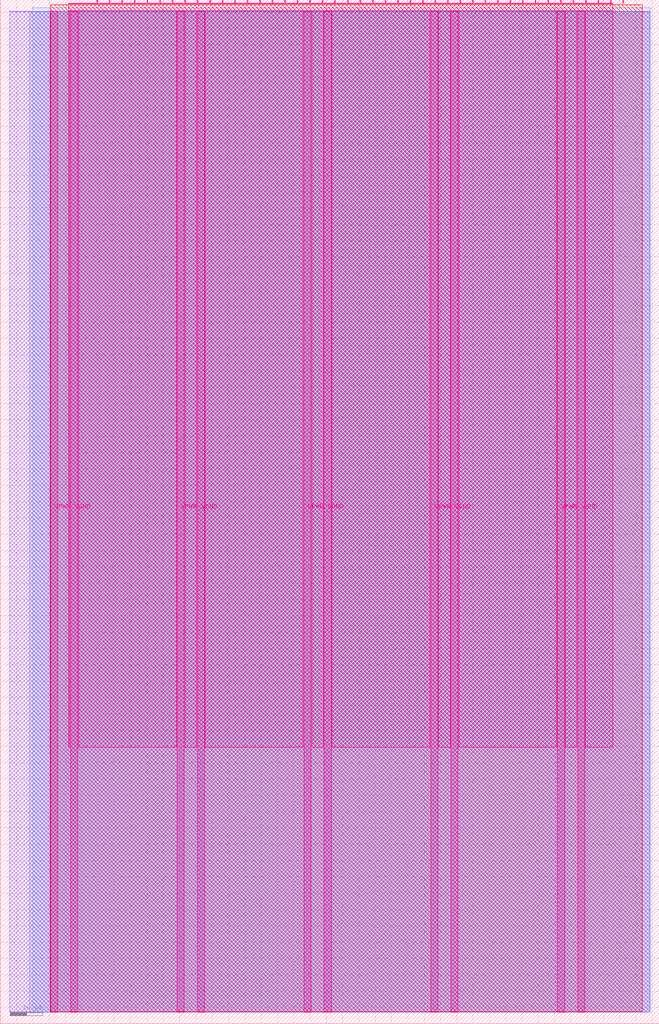
<source format=lef>
VERSION 5.7 ;
  NOWIREEXTENSIONATPIN ON ;
  DIVIDERCHAR "/" ;
  BUSBITCHARS "[]" ;
MACRO tt_um_algofoogle_vga
  CLASS BLOCK ;
  FOREIGN tt_um_algofoogle_vga ;
  ORIGIN 0.000 0.000 ;
  SIZE 202.080 BY 313.740 ;
  PIN VGND
    DIRECTION INOUT ;
    USE GROUND ;
    PORT
      LAYER Metal5 ;
        RECT 21.580 3.560 23.780 310.180 ;
    END
    PORT
      LAYER Metal5 ;
        RECT 60.450 3.560 62.650 310.180 ;
    END
    PORT
      LAYER Metal5 ;
        RECT 99.320 3.560 101.520 310.180 ;
    END
    PORT
      LAYER Metal5 ;
        RECT 138.190 3.560 140.390 310.180 ;
    END
    PORT
      LAYER Metal5 ;
        RECT 177.060 3.560 179.260 310.180 ;
    END
  END VGND
  PIN VPWR
    DIRECTION INOUT ;
    USE POWER ;
    PORT
      LAYER Metal5 ;
        RECT 15.380 3.560 17.580 310.180 ;
    END
    PORT
      LAYER Metal5 ;
        RECT 54.250 3.560 56.450 310.180 ;
    END
    PORT
      LAYER Metal5 ;
        RECT 93.120 3.560 95.320 310.180 ;
    END
    PORT
      LAYER Metal5 ;
        RECT 131.990 3.560 134.190 310.180 ;
    END
    PORT
      LAYER Metal5 ;
        RECT 170.860 3.560 173.060 310.180 ;
    END
  END VPWR
  PIN clk
    DIRECTION INPUT ;
    USE SIGNAL ;
    ANTENNAGATEAREA 2.646800 ;
    ANTENNADIFFAREA 8.061600 ;
    PORT
      LAYER Metal5 ;
        RECT 187.050 312.740 187.350 313.740 ;
    END
  END clk
  PIN ena
    DIRECTION INPUT ;
    USE SIGNAL ;
    PORT
      LAYER Metal5 ;
        RECT 190.890 312.740 191.190 313.740 ;
    END
  END ena
  PIN rst_n
    DIRECTION INPUT ;
    USE SIGNAL ;
    ANTENNAGATEAREA 0.213200 ;
    PORT
      LAYER Metal5 ;
        RECT 183.210 312.740 183.510 313.740 ;
    END
  END rst_n
  PIN ui_in[0]
    DIRECTION INPUT ;
    USE SIGNAL ;
    ANTENNAGATEAREA 0.213200 ;
    PORT
      LAYER Metal5 ;
        RECT 179.370 312.740 179.670 313.740 ;
    END
  END ui_in[0]
  PIN ui_in[1]
    DIRECTION INPUT ;
    USE SIGNAL ;
    ANTENNAGATEAREA 0.213200 ;
    PORT
      LAYER Metal5 ;
        RECT 175.530 312.740 175.830 313.740 ;
    END
  END ui_in[1]
  PIN ui_in[2]
    DIRECTION INPUT ;
    USE SIGNAL ;
    ANTENNAGATEAREA 0.213200 ;
    PORT
      LAYER Metal5 ;
        RECT 171.690 312.740 171.990 313.740 ;
    END
  END ui_in[2]
  PIN ui_in[3]
    DIRECTION INPUT ;
    USE SIGNAL ;
    ANTENNAGATEAREA 0.213200 ;
    PORT
      LAYER Metal5 ;
        RECT 167.850 312.740 168.150 313.740 ;
    END
  END ui_in[3]
  PIN ui_in[4]
    DIRECTION INPUT ;
    USE SIGNAL ;
    ANTENNAGATEAREA 0.213200 ;
    PORT
      LAYER Metal5 ;
        RECT 164.010 312.740 164.310 313.740 ;
    END
  END ui_in[4]
  PIN ui_in[5]
    DIRECTION INPUT ;
    USE SIGNAL ;
    PORT
      LAYER Metal5 ;
        RECT 160.170 312.740 160.470 313.740 ;
    END
  END ui_in[5]
  PIN ui_in[6]
    DIRECTION INPUT ;
    USE SIGNAL ;
    PORT
      LAYER Metal5 ;
        RECT 156.330 312.740 156.630 313.740 ;
    END
  END ui_in[6]
  PIN ui_in[7]
    DIRECTION INPUT ;
    USE SIGNAL ;
    ANTENNAGATEAREA 0.213200 ;
    PORT
      LAYER Metal5 ;
        RECT 152.490 312.740 152.790 313.740 ;
    END
  END ui_in[7]
  PIN uio_in[0]
    DIRECTION INPUT ;
    USE SIGNAL ;
    PORT
      LAYER Metal5 ;
        RECT 148.650 312.740 148.950 313.740 ;
    END
  END uio_in[0]
  PIN uio_in[1]
    DIRECTION INPUT ;
    USE SIGNAL ;
    PORT
      LAYER Metal5 ;
        RECT 144.810 312.740 145.110 313.740 ;
    END
  END uio_in[1]
  PIN uio_in[2]
    DIRECTION INPUT ;
    USE SIGNAL ;
    PORT
      LAYER Metal5 ;
        RECT 140.970 312.740 141.270 313.740 ;
    END
  END uio_in[2]
  PIN uio_in[3]
    DIRECTION INPUT ;
    USE SIGNAL ;
    PORT
      LAYER Metal5 ;
        RECT 137.130 312.740 137.430 313.740 ;
    END
  END uio_in[3]
  PIN uio_in[4]
    DIRECTION INPUT ;
    USE SIGNAL ;
    PORT
      LAYER Metal5 ;
        RECT 133.290 312.740 133.590 313.740 ;
    END
  END uio_in[4]
  PIN uio_in[5]
    DIRECTION INPUT ;
    USE SIGNAL ;
    PORT
      LAYER Metal5 ;
        RECT 129.450 312.740 129.750 313.740 ;
    END
  END uio_in[5]
  PIN uio_in[6]
    DIRECTION INPUT ;
    USE SIGNAL ;
    PORT
      LAYER Metal5 ;
        RECT 125.610 312.740 125.910 313.740 ;
    END
  END uio_in[6]
  PIN uio_in[7]
    DIRECTION INPUT ;
    USE SIGNAL ;
    PORT
      LAYER Metal5 ;
        RECT 121.770 312.740 122.070 313.740 ;
    END
  END uio_in[7]
  PIN uio_oe[0]
    DIRECTION OUTPUT ;
    USE SIGNAL ;
    ANTENNADIFFAREA 0.392700 ;
    PORT
      LAYER Metal5 ;
        RECT 56.490 312.740 56.790 313.740 ;
    END
  END uio_oe[0]
  PIN uio_oe[1]
    DIRECTION OUTPUT ;
    USE SIGNAL ;
    ANTENNADIFFAREA 0.392700 ;
    PORT
      LAYER Metal5 ;
        RECT 52.650 312.740 52.950 313.740 ;
    END
  END uio_oe[1]
  PIN uio_oe[2]
    DIRECTION OUTPUT ;
    USE SIGNAL ;
    ANTENNADIFFAREA 0.392700 ;
    PORT
      LAYER Metal5 ;
        RECT 48.810 312.740 49.110 313.740 ;
    END
  END uio_oe[2]
  PIN uio_oe[3]
    DIRECTION OUTPUT ;
    USE SIGNAL ;
    ANTENNADIFFAREA 0.392700 ;
    PORT
      LAYER Metal5 ;
        RECT 44.970 312.740 45.270 313.740 ;
    END
  END uio_oe[3]
  PIN uio_oe[4]
    DIRECTION OUTPUT ;
    USE SIGNAL ;
    ANTENNADIFFAREA 0.392700 ;
    PORT
      LAYER Metal5 ;
        RECT 41.130 312.740 41.430 313.740 ;
    END
  END uio_oe[4]
  PIN uio_oe[5]
    DIRECTION OUTPUT ;
    USE SIGNAL ;
    ANTENNADIFFAREA 0.299200 ;
    PORT
      LAYER Metal5 ;
        RECT 37.290 312.740 37.590 313.740 ;
    END
  END uio_oe[5]
  PIN uio_oe[6]
    DIRECTION OUTPUT ;
    USE SIGNAL ;
    ANTENNADIFFAREA 0.299200 ;
    PORT
      LAYER Metal5 ;
        RECT 33.450 312.740 33.750 313.740 ;
    END
  END uio_oe[6]
  PIN uio_oe[7]
    DIRECTION OUTPUT ;
    USE SIGNAL ;
    ANTENNADIFFAREA 0.299200 ;
    PORT
      LAYER Metal5 ;
        RECT 29.610 312.740 29.910 313.740 ;
    END
  END uio_oe[7]
  PIN uio_out[0]
    DIRECTION OUTPUT ;
    USE SIGNAL ;
    ANTENNADIFFAREA 0.706800 ;
    PORT
      LAYER Metal5 ;
        RECT 87.210 312.740 87.510 313.740 ;
    END
  END uio_out[0]
  PIN uio_out[1]
    DIRECTION OUTPUT ;
    USE SIGNAL ;
    ANTENNADIFFAREA 0.706800 ;
    PORT
      LAYER Metal5 ;
        RECT 83.370 312.740 83.670 313.740 ;
    END
  END uio_out[1]
  PIN uio_out[2]
    DIRECTION OUTPUT ;
    USE SIGNAL ;
    ANTENNADIFFAREA 0.706800 ;
    PORT
      LAYER Metal5 ;
        RECT 79.530 312.740 79.830 313.740 ;
    END
  END uio_out[2]
  PIN uio_out[3]
    DIRECTION OUTPUT ;
    USE SIGNAL ;
    ANTENNADIFFAREA 0.706800 ;
    PORT
      LAYER Metal5 ;
        RECT 75.690 312.740 75.990 313.740 ;
    END
  END uio_out[3]
  PIN uio_out[4]
    DIRECTION OUTPUT ;
    USE SIGNAL ;
    ANTENNADIFFAREA 0.706800 ;
    PORT
      LAYER Metal5 ;
        RECT 71.850 312.740 72.150 313.740 ;
    END
  END uio_out[4]
  PIN uio_out[5]
    DIRECTION OUTPUT ;
    USE SIGNAL ;
    ANTENNADIFFAREA 0.299200 ;
    PORT
      LAYER Metal5 ;
        RECT 68.010 312.740 68.310 313.740 ;
    END
  END uio_out[5]
  PIN uio_out[6]
    DIRECTION OUTPUT ;
    USE SIGNAL ;
    ANTENNADIFFAREA 0.299200 ;
    PORT
      LAYER Metal5 ;
        RECT 64.170 312.740 64.470 313.740 ;
    END
  END uio_out[6]
  PIN uio_out[7]
    DIRECTION OUTPUT ;
    USE SIGNAL ;
    ANTENNADIFFAREA 0.299200 ;
    PORT
      LAYER Metal5 ;
        RECT 60.330 312.740 60.630 313.740 ;
    END
  END uio_out[7]
  PIN uo_out[0]
    DIRECTION OUTPUT ;
    USE SIGNAL ;
    ANTENNADIFFAREA 0.677200 ;
    PORT
      LAYER Metal5 ;
        RECT 117.930 312.740 118.230 313.740 ;
    END
  END uo_out[0]
  PIN uo_out[1]
    DIRECTION OUTPUT ;
    USE SIGNAL ;
    ANTENNADIFFAREA 0.677200 ;
    PORT
      LAYER Metal5 ;
        RECT 114.090 312.740 114.390 313.740 ;
    END
  END uo_out[1]
  PIN uo_out[2]
    DIRECTION OUTPUT ;
    USE SIGNAL ;
    ANTENNADIFFAREA 0.677200 ;
    PORT
      LAYER Metal5 ;
        RECT 110.250 312.740 110.550 313.740 ;
    END
  END uo_out[2]
  PIN uo_out[3]
    DIRECTION OUTPUT ;
    USE SIGNAL ;
    ANTENNADIFFAREA 0.988000 ;
    PORT
      LAYER Metal5 ;
        RECT 106.410 312.740 106.710 313.740 ;
    END
  END uo_out[3]
  PIN uo_out[4]
    DIRECTION OUTPUT ;
    USE SIGNAL ;
    ANTENNADIFFAREA 0.677200 ;
    PORT
      LAYER Metal5 ;
        RECT 102.570 312.740 102.870 313.740 ;
    END
  END uo_out[4]
  PIN uo_out[5]
    DIRECTION OUTPUT ;
    USE SIGNAL ;
    ANTENNADIFFAREA 0.677200 ;
    PORT
      LAYER Metal5 ;
        RECT 98.730 312.740 99.030 313.740 ;
    END
  END uo_out[5]
  PIN uo_out[6]
    DIRECTION OUTPUT ;
    USE SIGNAL ;
    ANTENNADIFFAREA 0.677200 ;
    PORT
      LAYER Metal5 ;
        RECT 94.890 312.740 95.190 313.740 ;
    END
  END uo_out[6]
  PIN uo_out[7]
    DIRECTION OUTPUT ;
    USE SIGNAL ;
    ANTENNADIFFAREA 0.988000 ;
    PORT
      LAYER Metal5 ;
        RECT 91.050 312.740 91.350 313.740 ;
    END
  END uo_out[7]
  OBS
      LAYER GatPoly ;
        RECT 2.880 3.630 199.200 310.110 ;
      LAYER Metal1 ;
        RECT 2.880 3.560 199.200 310.180 ;
      LAYER Metal2 ;
        RECT 8.975 3.680 199.345 310.060 ;
      LAYER Metal3 ;
        RECT 9.980 3.635 199.300 311.365 ;
      LAYER Metal4 ;
        RECT 15.515 3.680 196.945 312.160 ;
      LAYER Metal5 ;
        RECT 21.020 312.530 29.400 312.740 ;
        RECT 30.120 312.530 33.240 312.740 ;
        RECT 33.960 312.530 37.080 312.740 ;
        RECT 37.800 312.530 40.920 312.740 ;
        RECT 41.640 312.530 44.760 312.740 ;
        RECT 45.480 312.530 48.600 312.740 ;
        RECT 49.320 312.530 52.440 312.740 ;
        RECT 53.160 312.530 56.280 312.740 ;
        RECT 57.000 312.530 60.120 312.740 ;
        RECT 60.840 312.530 63.960 312.740 ;
        RECT 64.680 312.530 67.800 312.740 ;
        RECT 68.520 312.530 71.640 312.740 ;
        RECT 72.360 312.530 75.480 312.740 ;
        RECT 76.200 312.530 79.320 312.740 ;
        RECT 80.040 312.530 83.160 312.740 ;
        RECT 83.880 312.530 87.000 312.740 ;
        RECT 87.720 312.530 90.840 312.740 ;
        RECT 91.560 312.530 94.680 312.740 ;
        RECT 95.400 312.530 98.520 312.740 ;
        RECT 99.240 312.530 102.360 312.740 ;
        RECT 103.080 312.530 106.200 312.740 ;
        RECT 106.920 312.530 110.040 312.740 ;
        RECT 110.760 312.530 113.880 312.740 ;
        RECT 114.600 312.530 117.720 312.740 ;
        RECT 118.440 312.530 121.560 312.740 ;
        RECT 122.280 312.530 125.400 312.740 ;
        RECT 126.120 312.530 129.240 312.740 ;
        RECT 129.960 312.530 133.080 312.740 ;
        RECT 133.800 312.530 136.920 312.740 ;
        RECT 137.640 312.530 140.760 312.740 ;
        RECT 141.480 312.530 144.600 312.740 ;
        RECT 145.320 312.530 148.440 312.740 ;
        RECT 149.160 312.530 152.280 312.740 ;
        RECT 153.000 312.530 156.120 312.740 ;
        RECT 156.840 312.530 159.960 312.740 ;
        RECT 160.680 312.530 163.800 312.740 ;
        RECT 164.520 312.530 167.640 312.740 ;
        RECT 168.360 312.530 171.480 312.740 ;
        RECT 172.200 312.530 175.320 312.740 ;
        RECT 176.040 312.530 179.160 312.740 ;
        RECT 179.880 312.530 183.000 312.740 ;
        RECT 183.720 312.530 186.840 312.740 ;
        RECT 187.560 312.530 187.780 312.740 ;
        RECT 21.020 310.390 187.780 312.530 ;
        RECT 21.020 84.695 21.370 310.390 ;
        RECT 23.990 84.695 54.040 310.390 ;
        RECT 56.660 84.695 60.240 310.390 ;
        RECT 62.860 84.695 92.910 310.390 ;
        RECT 95.530 84.695 99.110 310.390 ;
        RECT 101.730 84.695 131.780 310.390 ;
        RECT 134.400 84.695 137.980 310.390 ;
        RECT 140.600 84.695 170.650 310.390 ;
        RECT 173.270 84.695 176.850 310.390 ;
        RECT 179.470 84.695 187.780 310.390 ;
  END
END tt_um_algofoogle_vga
END LIBRARY


</source>
